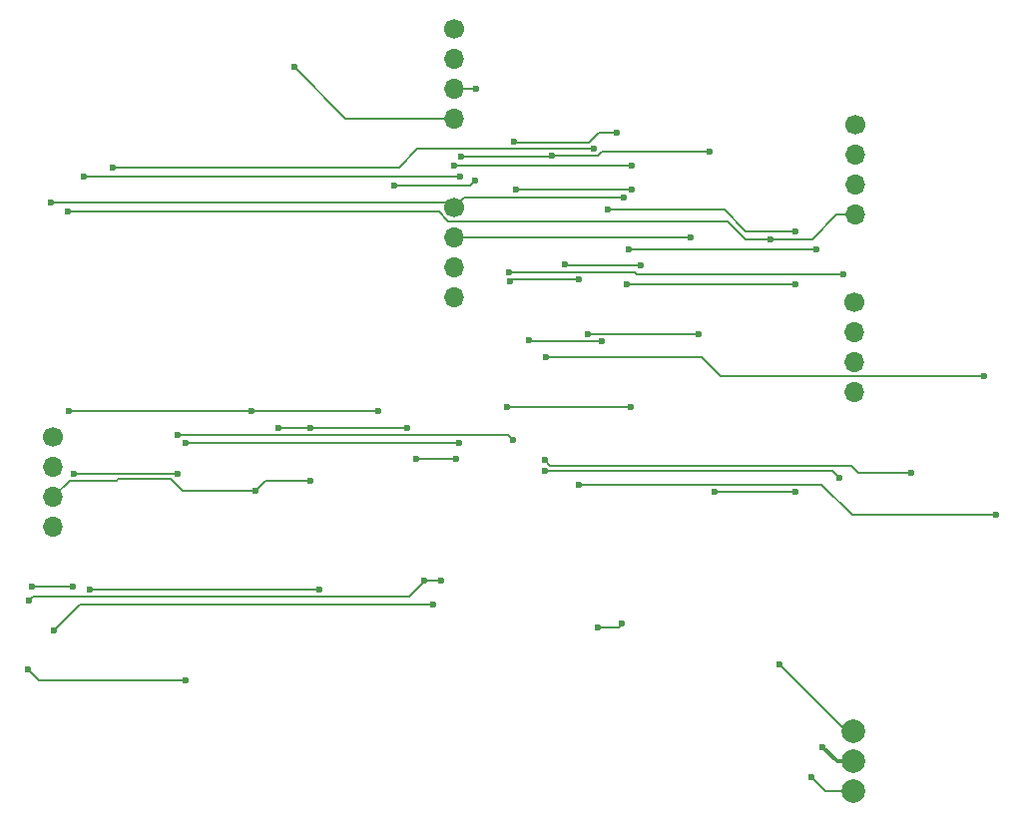
<source format=gbr>
%TF.GenerationSoftware,KiCad,Pcbnew,9.0.0*%
%TF.CreationDate,2025-04-19T15:24:46+09:00*%
%TF.ProjectId,nofy_V2_L,6e6f6679-5f56-4325-9f4c-2e6b69636164,rev?*%
%TF.SameCoordinates,Original*%
%TF.FileFunction,Copper,L1,Top*%
%TF.FilePolarity,Positive*%
%FSLAX46Y46*%
G04 Gerber Fmt 4.6, Leading zero omitted, Abs format (unit mm)*
G04 Created by KiCad (PCBNEW 9.0.0) date 2025-04-19 15:24:46*
%MOMM*%
%LPD*%
G01*
G04 APERTURE LIST*
%TA.AperFunction,ComponentPad*%
%ADD10C,2.000000*%
%TD*%
%TA.AperFunction,ComponentPad*%
%ADD11C,1.700000*%
%TD*%
%TA.AperFunction,ComponentPad*%
%ADD12O,1.700000X1.700000*%
%TD*%
%TA.AperFunction,ViaPad*%
%ADD13C,0.600000*%
%TD*%
%TA.AperFunction,Conductor*%
%ADD14C,0.200000*%
%TD*%
%TA.AperFunction,Conductor*%
%ADD15C,0.300000*%
%TD*%
G04 APERTURE END LIST*
D10*
%TO.P,SW3,A,A*%
%TO.N,RE_A_L*%
X100767865Y-91132135D03*
%TO.P,SW3,B,B*%
%TO.N,RE_B_L*%
X100767865Y-96132135D03*
%TO.P,SW3,C,C*%
%TO.N,GND_L*%
X100767865Y-93632135D03*
%TD*%
D11*
%TO.P,J18,1,Pin_1*%
%TO.N,Pin0*%
X32882865Y-66137135D03*
D12*
%TO.P,J18,2,Pin_2*%
%TO.N,Pin1*%
X32882865Y-68677135D03*
%TO.P,J18,3,Pin_3*%
%TO.N,Pin2*%
X32882865Y-71217135D03*
%TO.P,J18,4,Pin_4*%
%TO.N,Net-(D16-K)*%
X32882865Y-73757135D03*
%TD*%
D11*
%TO.P,Con_L_6,1,Pin_1*%
%TO.N,unconnected-(Con_L_6-Pin_1-Pad1)*%
X100867865Y-54692135D03*
D12*
%TO.P,Con_L_6,2,Pin_2*%
%TO.N,unconnected-(Con_L_6-Pin_2-Pad2)*%
X100867865Y-57232135D03*
%TO.P,Con_L_6,3,Pin_3*%
%TO.N,unconnected-(Con_L_6-Pin_3-Pad3)*%
X100867865Y-59772135D03*
%TO.P,Con_L_6,4,Pin_4*%
%TO.N,unconnected-(Con_L_6-Pin_4-Pad4)*%
X100867865Y-62312135D03*
%TD*%
D11*
%TO.P,Con_L_4,1,Pin_1*%
%TO.N,VCC_L*%
X100882865Y-39637135D03*
D12*
%TO.P,Con_L_4,2,Pin_2*%
%TO.N,GND_L*%
X100882865Y-42177135D03*
%TO.P,Con_L_4,3,Pin_3*%
%TO.N,unconnected-(Con_L_4-Pin_3-Pad3)*%
X100882865Y-44717135D03*
%TO.P,Con_L_4,4,Pin_4*%
%TO.N,Pin0*%
X100882865Y-47257135D03*
%TD*%
D11*
%TO.P,Con_L_0,1,Pin_1*%
%TO.N,RE_B_L*%
X66867865Y-31492135D03*
D12*
%TO.P,Con_L_0,2,Pin_2*%
%TO.N,INTR0*%
X66867865Y-34032135D03*
%TO.P,Con_L_0,3,Pin_3*%
%TO.N,Pin5*%
X66867865Y-36572135D03*
%TO.P,Con_L_0,4,Pin_4*%
%TO.N,Pin4*%
X66867865Y-39112135D03*
%TD*%
D11*
%TO.P,Con_L_2,1,Pin_1*%
%TO.N,Pin3*%
X66867865Y-46637135D03*
D12*
%TO.P,Con_L_2,2,Pin_2*%
%TO.N,RE_A_L*%
X66867865Y-49177135D03*
%TO.P,Con_L_2,3,Pin_3*%
%TO.N,Pin2*%
X66867865Y-51717135D03*
%TO.P,Con_L_2,4,Pin_4*%
%TO.N,Pin1*%
X66867865Y-54257135D03*
%TD*%
D13*
%TO.N,Pin5*%
X99932865Y-52286335D03*
X71574665Y-52105535D03*
X68764965Y-36572135D03*
%TO.N,Pin4*%
X53317865Y-34732135D03*
X66867865Y-43105235D03*
X81915265Y-43105235D03*
%TO.N,Pin3*%
X63705765Y-67988535D03*
X32717865Y-46182135D03*
X81315265Y-45758835D03*
X67016265Y-67988535D03*
%TO.N,Pin2*%
X54656665Y-69875735D03*
X50017865Y-70709535D03*
X54656665Y-65350635D03*
X51949665Y-65350635D03*
X62927965Y-65350635D03*
%TO.N,Pin1*%
X49717865Y-63934135D03*
X60450465Y-63934135D03*
X34216965Y-63934135D03*
%TO.N,Pin0*%
X93717865Y-49340935D03*
X34090165Y-46972535D03*
%TO.N,Net-(D17-K)*%
X79078465Y-82274335D03*
X81983265Y-45081935D03*
X72176365Y-45157135D03*
X81138465Y-81966735D03*
%TO.N,Net-(D16-K)*%
X71861065Y-66354135D03*
X79442865Y-57982135D03*
X34616665Y-69213535D03*
X73219465Y-57932135D03*
X43431365Y-69213535D03*
X43431365Y-65952435D03*
%TO.N,Net-(D13-K)*%
X31086265Y-78802435D03*
X67373065Y-44042235D03*
X34537365Y-78802435D03*
X67477865Y-42338335D03*
X35500965Y-44042235D03*
X88551265Y-41900235D03*
X75190865Y-42265635D03*
%TO.N,Net-(D11-K)*%
X65111965Y-80299435D03*
X81878065Y-63597735D03*
X71373165Y-63597735D03*
X32907065Y-82500135D03*
X82691365Y-51569835D03*
X76294665Y-51498235D03*
%TO.N,Net-(D15-K)*%
X44086365Y-86730435D03*
X44086365Y-66604235D03*
X30729980Y-85845506D03*
X67338965Y-66604235D03*
%TO.N,Net-(D1-K)*%
X71607965Y-52931235D03*
X30797965Y-80028835D03*
X77455565Y-52714135D03*
X65817865Y-78332135D03*
X64367865Y-78282135D03*
%TO.N,Net-(D25-A)*%
X77485265Y-70136735D03*
X112842865Y-72732435D03*
%TO.N,Net-(D24-A)*%
X74691308Y-59320835D03*
X111817365Y-60923835D03*
%TO.N,Net-(D27-A)*%
X74610212Y-68958736D03*
X99602765Y-69563035D03*
%TO.N,Net-(D26-A)*%
X105654065Y-69133835D03*
X74550000Y-68050000D03*
%TO.N,Net-(D23-A)*%
X61842865Y-44779235D03*
X68679565Y-44332135D03*
%TO.N,RE_A_L*%
X86982965Y-49177135D03*
X94467865Y-85432135D03*
%TO.N,RE_B_L*%
X71926765Y-41052935D03*
X81689465Y-50197335D03*
X97627765Y-50197335D03*
X97217865Y-94982135D03*
X80682165Y-40313035D03*
%TO.N,GND_L*%
X98167865Y-92432135D03*
%TO.N,Net-(D21-A)*%
X78224765Y-57366935D03*
X87658265Y-57366935D03*
X95842865Y-70796635D03*
X89021965Y-70796635D03*
%TO.N,Net-(D20-A)*%
X95842865Y-53183835D03*
X81528265Y-53183835D03*
%TO.N,Net-(D19-A)*%
X95830365Y-48649035D03*
X79916665Y-46824735D03*
%TO.N,Net-(D18-A)*%
X78698465Y-41663935D03*
X37892865Y-43220435D03*
%TO.N,Net-(D9-A)*%
X55465465Y-79068235D03*
X35985165Y-79068235D03*
%TD*%
D14*
%TO.N,Pin5*%
X71574665Y-52105535D02*
X82216565Y-52105535D01*
X82397365Y-52286335D02*
X99932865Y-52286335D01*
X66867865Y-36572135D02*
X68764965Y-36572135D01*
X82216565Y-52105535D02*
X82397365Y-52286335D01*
%TO.N,Pin4*%
X53317865Y-34732135D02*
X57697865Y-39112135D01*
X57697865Y-39112135D02*
X66867865Y-39112135D01*
X81915265Y-43105235D02*
X66867865Y-43105235D01*
%TO.N,Pin3*%
X67746165Y-45758835D02*
X81315265Y-45758835D01*
X66412865Y-46182135D02*
X66867865Y-46637135D01*
X66867865Y-46637135D02*
X67746165Y-45758835D01*
X67016265Y-67988535D02*
X63705765Y-67988535D01*
X32717865Y-46182135D02*
X66412865Y-46182135D01*
%TO.N,Pin2*%
X38351465Y-69697535D02*
X42862365Y-69697535D01*
X50017865Y-70709535D02*
X50851665Y-69875735D01*
X54656665Y-65350635D02*
X51949665Y-65350635D01*
X43874365Y-70709535D02*
X50017865Y-70709535D01*
X42862365Y-69697535D02*
X43874365Y-70709535D01*
X62927965Y-65350635D02*
X54656665Y-65350635D01*
X32882865Y-71217135D02*
X34277865Y-69822135D01*
X38226865Y-69822135D02*
X38351465Y-69697535D01*
X50851665Y-69875735D02*
X54656665Y-69875735D01*
X34277865Y-69822135D02*
X38226865Y-69822135D01*
%TO.N,Pin1*%
X34216965Y-63934135D02*
X49717865Y-63934135D01*
X49717865Y-63934135D02*
X60450465Y-63934135D01*
%TO.N,Pin0*%
X90069265Y-47788835D02*
X91621365Y-49340935D01*
X99346265Y-47257135D02*
X100882865Y-47257135D01*
X66390865Y-47788835D02*
X90069265Y-47788835D01*
X97262465Y-49340935D02*
X99346265Y-47257135D01*
X91621365Y-49340935D02*
X93717865Y-49340935D01*
X97136965Y-49340935D02*
X97262465Y-49340935D01*
X65574565Y-46972535D02*
X66390865Y-47788835D01*
X34090165Y-46972535D02*
X65574565Y-46972535D01*
X97136965Y-49340935D02*
X93717865Y-49340935D01*
%TO.N,Net-(D17-K)*%
X72176365Y-45157135D02*
X72251565Y-45081935D01*
X81138465Y-81966735D02*
X80830865Y-82274335D01*
X80830865Y-82274335D02*
X79078465Y-82274335D01*
X72251565Y-45081935D02*
X81983265Y-45081935D01*
%TO.N,Net-(D16-K)*%
X73387565Y-57932135D02*
X73219465Y-57932135D01*
X43431365Y-69213535D02*
X34616665Y-69213535D01*
X79442865Y-57982135D02*
X73437565Y-57982135D01*
X71459365Y-65952435D02*
X71861065Y-66354135D01*
X43431365Y-65952435D02*
X71459365Y-65952435D01*
X73437565Y-57982135D02*
X73387565Y-57932135D01*
%TO.N,Net-(D13-K)*%
X34537365Y-78802435D02*
X31086265Y-78802435D01*
X67373065Y-44042235D02*
X35500965Y-44042235D01*
X79039565Y-42265635D02*
X79404965Y-41900235D01*
X75190865Y-42265635D02*
X79039565Y-42265635D01*
X79404965Y-41900235D02*
X88551265Y-41900235D01*
X75118165Y-42338335D02*
X75190865Y-42265635D01*
X67477865Y-42338335D02*
X75118165Y-42338335D01*
%TO.N,Net-(D11-K)*%
X32907065Y-82500135D02*
X35107765Y-80299435D01*
X82691365Y-51569835D02*
X76366265Y-51569835D01*
X76366265Y-51569835D02*
X76294665Y-51498235D01*
X81878065Y-63597735D02*
X71373165Y-63597735D01*
X35107765Y-80299435D02*
X65111965Y-80299435D01*
%TO.N,Net-(D15-K)*%
X44086365Y-66604235D02*
X67338965Y-66604235D01*
X44034665Y-86782135D02*
X44086365Y-86730435D01*
X31666609Y-86782135D02*
X44034665Y-86782135D01*
X30729980Y-85845506D02*
X31666609Y-86782135D01*
%TO.N,Net-(D1-K)*%
X71607965Y-52931235D02*
X71825065Y-52714135D01*
X31129065Y-79697735D02*
X30797965Y-80028835D01*
X64367865Y-78282135D02*
X64417865Y-78332135D01*
X64417865Y-78332135D02*
X65817865Y-78332135D01*
X71825065Y-52714135D02*
X77455565Y-52714135D01*
X64367865Y-78382135D02*
X63052265Y-79697735D01*
X64367865Y-78282135D02*
X64367865Y-78382135D01*
X63052265Y-79697735D02*
X31129065Y-79697735D01*
%TO.N,Net-(D25-A)*%
X98064665Y-70136735D02*
X100660365Y-72732435D01*
X77485265Y-70136735D02*
X98064665Y-70136735D01*
X100660365Y-72732435D02*
X112842865Y-72732435D01*
%TO.N,Net-(D24-A)*%
X74691308Y-59320835D02*
X74702608Y-59332135D01*
X89490965Y-60923835D02*
X111817365Y-60923835D01*
X74702608Y-59332135D02*
X87899265Y-59332135D01*
X87899265Y-59332135D02*
X89490965Y-60923835D01*
%TO.N,Net-(D27-A)*%
X98990765Y-68951035D02*
X99602765Y-69563035D01*
X74617913Y-68951035D02*
X98990765Y-68951035D01*
X74610212Y-68958736D02*
X74617913Y-68951035D01*
%TO.N,Net-(D26-A)*%
X101212365Y-69133835D02*
X105654065Y-69133835D01*
X75033135Y-68533135D02*
X100611665Y-68533135D01*
X74550000Y-68050000D02*
X75033135Y-68533135D01*
X100611665Y-68533135D02*
X101212365Y-69133835D01*
%TO.N,Net-(D23-A)*%
X68232465Y-44779235D02*
X61842865Y-44779235D01*
X68679565Y-44332135D02*
X68232465Y-44779235D01*
%TO.N,RE_A_L*%
X66867865Y-49177135D02*
X68019565Y-49177135D01*
X100167865Y-91132135D02*
X100767865Y-91132135D01*
X86982965Y-49177135D02*
X68019565Y-49177135D01*
X94467865Y-85432135D02*
X100167865Y-91132135D01*
%TO.N,RE_B_L*%
X98367865Y-96132135D02*
X100767865Y-96132135D01*
X81689465Y-50197335D02*
X97627765Y-50197335D01*
X97217865Y-94982135D02*
X98367865Y-96132135D01*
X78338465Y-41164735D02*
X72038565Y-41164735D01*
X80682165Y-40313035D02*
X79190165Y-40313035D01*
X79190165Y-40313035D02*
X78338465Y-41164735D01*
X72038565Y-41164735D02*
X71926765Y-41052935D01*
D15*
%TO.N,GND_L*%
X99367865Y-93632135D02*
X100767865Y-93632135D01*
X98167865Y-92432135D02*
X99367865Y-93632135D01*
D14*
%TO.N,Net-(D21-A)*%
X89021965Y-70796635D02*
X95842865Y-70796635D01*
X87658265Y-57366935D02*
X78224765Y-57366935D01*
%TO.N,Net-(D20-A)*%
X95842865Y-53183835D02*
X81528265Y-53183835D01*
%TO.N,Net-(D19-A)*%
X91624465Y-48649035D02*
X95830365Y-48649035D01*
X79916665Y-46824735D02*
X89800165Y-46824735D01*
X89800165Y-46824735D02*
X91624465Y-48649035D01*
%TO.N,Net-(D18-A)*%
X63770265Y-41663935D02*
X78698465Y-41663935D01*
X37892865Y-43220435D02*
X62213765Y-43220435D01*
X62213765Y-43220435D02*
X63770265Y-41663935D01*
%TO.N,Net-(D9-A)*%
X35985165Y-79068235D02*
X55465465Y-79068235D01*
%TD*%
M02*

</source>
